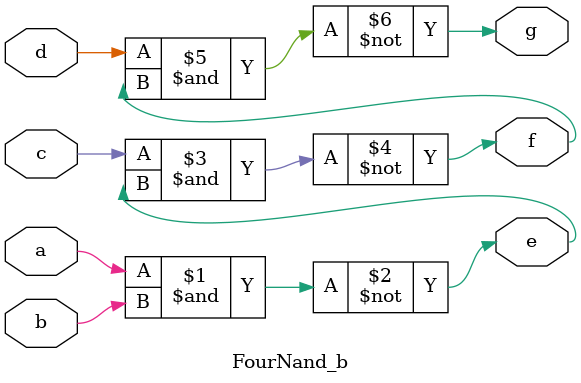
<source format=v>
`timescale 1ns / 1ps

module FourNand_b(
  input a, b, c, d,
  output e, f, g
  );
  
  assign e = ~(a&b);
  assign f = ~(c&e);
  assign g = ~(d&f);
  
endmodule

</source>
